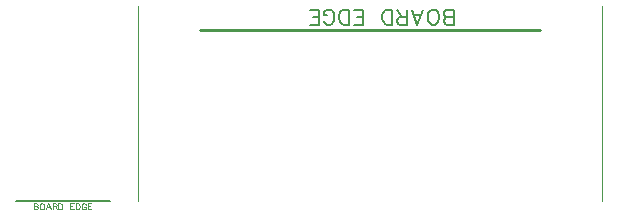
<source format=gbr>
G04 DipTrace 2.4.0.2*
%INTopAssy.gbr*%
%MOIN*%
%ADD10C,0.0098*%
%ADD12C,0.003*%
%ADD21C,0.002*%
%ADD29C,0.0059*%
%ADD92C,0.0077*%
%FSLAX44Y44*%
G04*
G70*
G90*
G75*
G01*
%LNTopAssy*%
%LPD*%
X22237Y9638D2*
D10*
X10899D1*
X4755Y3934D2*
D29*
X7904D1*
X24305Y10443D2*
D21*
Y3943D1*
X8830D2*
Y10443D1*
X19364Y9808D2*
D92*
Y10310D1*
X19148D1*
X19077Y10286D1*
X19053Y10262D1*
X19029Y10214D1*
Y10143D1*
X19053Y10095D1*
X19077Y10071D1*
X19148Y10047D1*
X19077Y10023D1*
X19053Y9999D1*
X19029Y9951D1*
Y9903D1*
X19053Y9856D1*
X19077Y9831D1*
X19148Y9808D1*
X19364D1*
Y10047D2*
X19148D1*
X18731Y9808D2*
X18779Y9831D1*
X18827Y9880D1*
X18851Y9927D1*
X18875Y9999D1*
Y10119D1*
X18851Y10190D1*
X18827Y10238D1*
X18779Y10286D1*
X18731Y10310D1*
X18635D1*
X18588Y10286D1*
X18540Y10238D1*
X18516Y10190D1*
X18492Y10119D1*
Y9999D1*
X18516Y9927D1*
X18540Y9880D1*
X18588Y9831D1*
X18635Y9808D1*
X18731D1*
X17955Y10310D2*
X18147Y9808D1*
X18338Y10310D1*
X18266Y10143D2*
X18027D1*
X17800Y10047D2*
X17585D1*
X17514Y10023D1*
X17489Y9999D1*
X17466Y9951D1*
Y9903D1*
X17489Y9856D1*
X17514Y9831D1*
X17585Y9808D1*
X17800D1*
Y10310D1*
X17633Y10047D2*
X17466Y10310D1*
X17311Y9808D2*
Y10310D1*
X17144D1*
X17072Y10286D1*
X17024Y10238D1*
X17000Y10190D1*
X16976Y10119D1*
Y9999D1*
X17000Y9927D1*
X17024Y9880D1*
X17072Y9831D1*
X17144Y9808D1*
X17311D1*
X16025D2*
X16336D1*
Y10310D1*
X16025D1*
X16336Y10047D2*
X16145D1*
X15871Y9808D2*
Y10310D1*
X15703D1*
X15631Y10286D1*
X15583Y10238D1*
X15560Y10190D1*
X15536Y10119D1*
Y9999D1*
X15560Y9927D1*
X15583Y9880D1*
X15631Y9831D1*
X15703Y9808D1*
X15871D1*
X15023Y9927D2*
X15047Y9880D1*
X15095Y9831D1*
X15142Y9808D1*
X15238D1*
X15286Y9831D1*
X15333Y9880D1*
X15358Y9927D1*
X15381Y9999D1*
Y10119D1*
X15358Y10190D1*
X15333Y10238D1*
X15286Y10286D1*
X15238Y10310D1*
X15142D1*
X15095Y10286D1*
X15047Y10238D1*
X15023Y10190D1*
Y10119D1*
X15142D1*
X14558Y9808D2*
X14868D1*
Y10310D1*
X14558D1*
X14868Y10047D2*
X14677D1*
X5361Y3846D2*
D12*
Y3646D1*
X5447D1*
X5476Y3655D1*
X5485Y3665D1*
X5495Y3684D1*
Y3712D1*
X5485Y3732D1*
X5476Y3741D1*
X5447Y3751D1*
X5476Y3760D1*
X5485Y3770D1*
X5495Y3789D1*
Y3808D1*
X5485Y3827D1*
X5476Y3837D1*
X5447Y3846D1*
X5361D1*
Y3751D2*
X5447D1*
X5614Y3846D2*
X5595Y3837D1*
X5576Y3818D1*
X5566Y3799D1*
X5557Y3770D1*
Y3722D1*
X5566Y3693D1*
X5576Y3674D1*
X5595Y3655D1*
X5614Y3646D1*
X5652D1*
X5671Y3655D1*
X5691Y3674D1*
X5700Y3693D1*
X5710Y3722D1*
Y3770D1*
X5700Y3799D1*
X5691Y3818D1*
X5671Y3837D1*
X5652Y3846D1*
X5614D1*
X5925Y3646D2*
X5848Y3846D1*
X5771Y3646D1*
X5800Y3712D2*
X5896D1*
X5986Y3751D2*
X6072D1*
X6101Y3760D1*
X6111Y3770D1*
X6120Y3789D1*
Y3808D1*
X6111Y3827D1*
X6101Y3837D1*
X6072Y3846D1*
X5986D1*
Y3646D1*
X6053Y3751D2*
X6120Y3646D1*
X6182Y3846D2*
Y3646D1*
X6249D1*
X6278Y3655D1*
X6297Y3674D1*
X6307Y3693D1*
X6316Y3722D1*
Y3770D1*
X6307Y3799D1*
X6297Y3818D1*
X6278Y3837D1*
X6249Y3846D1*
X6182D1*
X6697D2*
X6572D1*
Y3646D1*
X6697D1*
X6572Y3751D2*
X6649D1*
X6758Y3846D2*
Y3646D1*
X6825D1*
X6854Y3655D1*
X6873Y3674D1*
X6883Y3693D1*
X6892Y3722D1*
Y3770D1*
X6883Y3799D1*
X6873Y3818D1*
X6854Y3837D1*
X6825Y3846D1*
X6758D1*
X7097Y3799D2*
X7088Y3818D1*
X7069Y3837D1*
X7050Y3846D1*
X7011D1*
X6992Y3837D1*
X6973Y3818D1*
X6964Y3799D1*
X6954Y3770D1*
Y3722D1*
X6964Y3693D1*
X6973Y3674D1*
X6992Y3655D1*
X7011Y3646D1*
X7050D1*
X7069Y3655D1*
X7088Y3674D1*
X7097Y3693D1*
Y3722D1*
X7050D1*
X7284Y3846D2*
X7159D1*
Y3646D1*
X7284D1*
X7159Y3751D2*
X7236D1*
M02*

</source>
